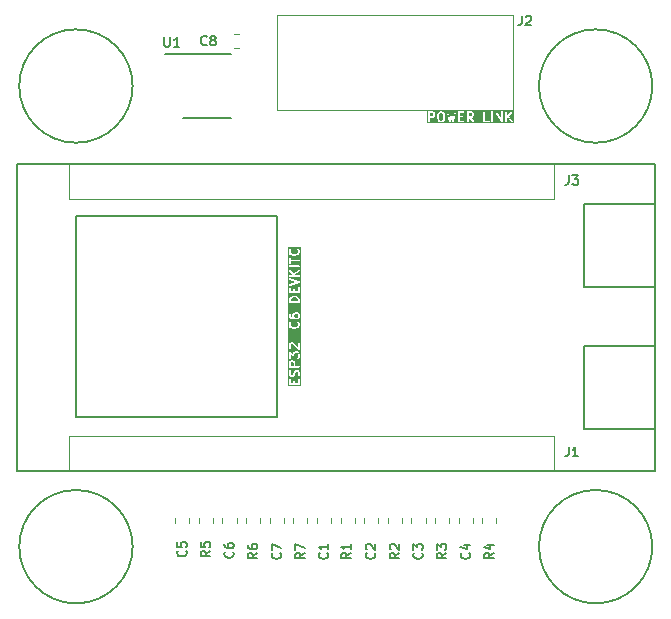
<source format=gbr>
%TF.GenerationSoftware,KiCad,Pcbnew,8.0.4*%
%TF.CreationDate,2024-08-09T00:15:22+02:00*%
%TF.ProjectId,ELE0124CL_control,454c4530-3132-4344-934c-5f636f6e7472,rev?*%
%TF.SameCoordinates,Original*%
%TF.FileFunction,Legend,Top*%
%TF.FilePolarity,Positive*%
%FSLAX46Y46*%
G04 Gerber Fmt 4.6, Leading zero omitted, Abs format (unit mm)*
G04 Created by KiCad (PCBNEW 8.0.4) date 2024-08-09 00:15:22*
%MOMM*%
%LPD*%
G01*
G04 APERTURE LIST*
%ADD10C,0.150000*%
%ADD11C,0.120000*%
G04 APERTURE END LIST*
D10*
X152000000Y-64000000D02*
X158000000Y-64000000D01*
X158000000Y-71000000D01*
X152000000Y-71000000D01*
X152000000Y-64000000D01*
X109000000Y-65000000D02*
X126000000Y-65000000D01*
X126000000Y-82000000D01*
X109000000Y-82000000D01*
X109000000Y-65000000D01*
X104000000Y-60600000D02*
X158000000Y-60600000D01*
X158000000Y-86600000D01*
X104000000Y-86600000D01*
X104000000Y-60600000D01*
X152000000Y-76000000D02*
X158000000Y-76000000D01*
X158000000Y-83000000D01*
X152000000Y-83000000D01*
X152000000Y-76000000D01*
G36*
X140025685Y-56294029D02*
G01*
X140078580Y-56346923D01*
X140109398Y-56470194D01*
X140109398Y-56718394D01*
X140078580Y-56841665D01*
X140025685Y-56894561D01*
X139976217Y-56919295D01*
X139859246Y-56919295D01*
X139809777Y-56894560D01*
X139756882Y-56841665D01*
X139726064Y-56718392D01*
X139726064Y-56470196D01*
X139756882Y-56346923D01*
X139809776Y-56294029D01*
X139859246Y-56269295D01*
X139976217Y-56269295D01*
X140025685Y-56294029D01*
G37*
G36*
X142501876Y-56294029D02*
G01*
X142522759Y-56314912D01*
X142547494Y-56364381D01*
X142547494Y-56443255D01*
X142522759Y-56492724D01*
X142501876Y-56513608D01*
X142452408Y-56538342D01*
X142240351Y-56538342D01*
X142240351Y-56269295D01*
X142452408Y-56269295D01*
X142501876Y-56294029D01*
G37*
G36*
X139225685Y-56294029D02*
G01*
X139246568Y-56314912D01*
X139271303Y-56364381D01*
X139271303Y-56443255D01*
X139246568Y-56492724D01*
X139225685Y-56513608D01*
X139176217Y-56538342D01*
X138964160Y-56538342D01*
X138964160Y-56269295D01*
X139176217Y-56269295D01*
X139225685Y-56294029D01*
G37*
G36*
X146062462Y-57158184D02*
G01*
X138725271Y-57158184D01*
X138725271Y-56194295D01*
X138814160Y-56194295D01*
X138814160Y-56994295D01*
X138815601Y-57008927D01*
X138826800Y-57035963D01*
X138847492Y-57056655D01*
X138874528Y-57067854D01*
X138903792Y-57067854D01*
X138930828Y-57056655D01*
X138951520Y-57035963D01*
X138962719Y-57008927D01*
X138964160Y-56994295D01*
X138964160Y-56688342D01*
X139193922Y-56688342D01*
X139208554Y-56686901D01*
X139211043Y-56685869D01*
X139213731Y-56685679D01*
X139227463Y-56680424D01*
X139303653Y-56642329D01*
X139309952Y-56638364D01*
X139311780Y-56637607D01*
X139313836Y-56635918D01*
X139316096Y-56634497D01*
X139317395Y-56632998D01*
X139323145Y-56628280D01*
X139361240Y-56590185D01*
X139365960Y-56584432D01*
X139367456Y-56583136D01*
X139368875Y-56580881D01*
X139370567Y-56578820D01*
X139371325Y-56576989D01*
X139375289Y-56570693D01*
X139413385Y-56494503D01*
X139418640Y-56480771D01*
X139418831Y-56478081D01*
X139419862Y-56475593D01*
X139421303Y-56460961D01*
X139576064Y-56460961D01*
X139576064Y-56727628D01*
X139576315Y-56730181D01*
X139576153Y-56731274D01*
X139576962Y-56736748D01*
X139577505Y-56742260D01*
X139577927Y-56743280D01*
X139578303Y-56745819D01*
X139616399Y-56898200D01*
X139621346Y-56912045D01*
X139624665Y-56916525D01*
X139626799Y-56921676D01*
X139636127Y-56933042D01*
X139712317Y-57009233D01*
X139718066Y-57013951D01*
X139719366Y-57015450D01*
X139721625Y-57016871D01*
X139723682Y-57018560D01*
X139725509Y-57019317D01*
X139731809Y-57023282D01*
X139808000Y-57061377D01*
X139821732Y-57066632D01*
X139824419Y-57066822D01*
X139826909Y-57067854D01*
X139841541Y-57069295D01*
X139993922Y-57069295D01*
X140008554Y-57067854D01*
X140011043Y-57066822D01*
X140013731Y-57066632D01*
X140027463Y-57061377D01*
X140103653Y-57023282D01*
X140109952Y-57019317D01*
X140111780Y-57018560D01*
X140113836Y-57016871D01*
X140116096Y-57015450D01*
X140117395Y-57013951D01*
X140123145Y-57009233D01*
X140199336Y-56933042D01*
X140208663Y-56921677D01*
X140210796Y-56916525D01*
X140214117Y-56912045D01*
X140219064Y-56898199D01*
X140257159Y-56745818D01*
X140257534Y-56743280D01*
X140257957Y-56742260D01*
X140258498Y-56736757D01*
X140259310Y-56731273D01*
X140259146Y-56730177D01*
X140259398Y-56727628D01*
X140259398Y-56460961D01*
X140259146Y-56458411D01*
X140259310Y-56457316D01*
X140258498Y-56451831D01*
X140257957Y-56446329D01*
X140257534Y-56445308D01*
X140257159Y-56442771D01*
X140219064Y-56290390D01*
X140214117Y-56276544D01*
X140210796Y-56272063D01*
X140208663Y-56266912D01*
X140199336Y-56255547D01*
X140140887Y-56197099D01*
X140376116Y-56197099D01*
X140378104Y-56211667D01*
X140568580Y-57011666D01*
X140570309Y-57016685D01*
X140570549Y-57018488D01*
X140571491Y-57020116D01*
X140573370Y-57025567D01*
X140579756Y-57034391D01*
X140585211Y-57043813D01*
X140588268Y-57046153D01*
X140590527Y-57049274D01*
X140599802Y-57054981D01*
X140608449Y-57061600D01*
X140612169Y-57062592D01*
X140615449Y-57064610D01*
X140626203Y-57066334D01*
X140636725Y-57069140D01*
X140640540Y-57068633D01*
X140644344Y-57069243D01*
X140654938Y-57066720D01*
X140665733Y-57065286D01*
X140669066Y-57063355D01*
X140672812Y-57062464D01*
X140681632Y-57056081D01*
X140691058Y-57050624D01*
X140693398Y-57047566D01*
X140696519Y-57045308D01*
X140702226Y-57036032D01*
X140708845Y-57027386D01*
X140710870Y-57021986D01*
X140711855Y-57020386D01*
X140712142Y-57018594D01*
X140714008Y-57013620D01*
X140793920Y-56713945D01*
X140873834Y-57013620D01*
X140875699Y-57018595D01*
X140875987Y-57020386D01*
X140876971Y-57021985D01*
X140878997Y-57027387D01*
X140885617Y-57036035D01*
X140891323Y-57045308D01*
X140894443Y-57047566D01*
X140896784Y-57050624D01*
X140906205Y-57056078D01*
X140915030Y-57062465D01*
X140918777Y-57063357D01*
X140922109Y-57065286D01*
X140932902Y-57066720D01*
X140943498Y-57069243D01*
X140947299Y-57068633D01*
X140951118Y-57069141D01*
X140961649Y-57066332D01*
X140972393Y-57064610D01*
X140975669Y-57062594D01*
X140979393Y-57061601D01*
X140988045Y-57054977D01*
X140997315Y-57049274D01*
X140999571Y-57046155D01*
X141002631Y-57043814D01*
X141008088Y-57034387D01*
X141014472Y-57025567D01*
X141016349Y-57020118D01*
X141017293Y-57018489D01*
X141017532Y-57016685D01*
X141019262Y-57011667D01*
X141209739Y-56211667D01*
X141211727Y-56197099D01*
X141211277Y-56194295D01*
X141366541Y-56194295D01*
X141366541Y-56994295D01*
X141367982Y-57008927D01*
X141379181Y-57035963D01*
X141399873Y-57056655D01*
X141426909Y-57067854D01*
X141441541Y-57069295D01*
X141822493Y-57069295D01*
X141837125Y-57067854D01*
X141864161Y-57056655D01*
X141884853Y-57035963D01*
X141896052Y-57008927D01*
X141896052Y-56979663D01*
X141884853Y-56952627D01*
X141864161Y-56931935D01*
X141837125Y-56920736D01*
X141822493Y-56919295D01*
X141516541Y-56919295D01*
X141516541Y-56650247D01*
X141708207Y-56650247D01*
X141722839Y-56648806D01*
X141749875Y-56637607D01*
X141770567Y-56616915D01*
X141781766Y-56589879D01*
X141781766Y-56560615D01*
X141770567Y-56533579D01*
X141749875Y-56512887D01*
X141722839Y-56501688D01*
X141708207Y-56500247D01*
X141516541Y-56500247D01*
X141516541Y-56269295D01*
X141822493Y-56269295D01*
X141837125Y-56267854D01*
X141864161Y-56256655D01*
X141884853Y-56235963D01*
X141896052Y-56208927D01*
X141896052Y-56194295D01*
X142090351Y-56194295D01*
X142090351Y-56994295D01*
X142091792Y-57008927D01*
X142102991Y-57035963D01*
X142123683Y-57056655D01*
X142150719Y-57067854D01*
X142179983Y-57067854D01*
X142207019Y-57056655D01*
X142227711Y-57035963D01*
X142238910Y-57008927D01*
X142240351Y-56994295D01*
X142240351Y-56688342D01*
X142316778Y-56688342D01*
X142561051Y-57037304D01*
X142570623Y-57048465D01*
X142595302Y-57064192D01*
X142624119Y-57069277D01*
X142652690Y-57062948D01*
X142676664Y-57046166D01*
X142692391Y-57021487D01*
X142697476Y-56992669D01*
X142691147Y-56964098D01*
X142683936Y-56951285D01*
X142496302Y-56683237D01*
X142503654Y-56680424D01*
X142579844Y-56642329D01*
X142586143Y-56638364D01*
X142587971Y-56637607D01*
X142590027Y-56635918D01*
X142592287Y-56634497D01*
X142593586Y-56632998D01*
X142599336Y-56628280D01*
X142637431Y-56590185D01*
X142642151Y-56584432D01*
X142643647Y-56583136D01*
X142645066Y-56580881D01*
X142646758Y-56578820D01*
X142647516Y-56576989D01*
X142651480Y-56570693D01*
X142689576Y-56494503D01*
X142694831Y-56480771D01*
X142695022Y-56478081D01*
X142696053Y-56475593D01*
X142697494Y-56460961D01*
X142697494Y-56346676D01*
X142696053Y-56332044D01*
X142695022Y-56329555D01*
X142694831Y-56326866D01*
X142689576Y-56313134D01*
X142651480Y-56236944D01*
X142647516Y-56230647D01*
X142646758Y-56228817D01*
X142645066Y-56226755D01*
X142643647Y-56224501D01*
X142642151Y-56223204D01*
X142637431Y-56217452D01*
X142614274Y-56194295D01*
X143499875Y-56194295D01*
X143499875Y-56994295D01*
X143501316Y-57008927D01*
X143512515Y-57035963D01*
X143533207Y-57056655D01*
X143560243Y-57067854D01*
X143574875Y-57069295D01*
X143955827Y-57069295D01*
X143970459Y-57067854D01*
X143997495Y-57056655D01*
X144018187Y-57035963D01*
X144029386Y-57008927D01*
X144029386Y-56979663D01*
X144018187Y-56952627D01*
X143997495Y-56931935D01*
X143970459Y-56920736D01*
X143955827Y-56919295D01*
X143649875Y-56919295D01*
X143649875Y-56194295D01*
X144147494Y-56194295D01*
X144147494Y-56994295D01*
X144148935Y-57008927D01*
X144160134Y-57035963D01*
X144180826Y-57056655D01*
X144207862Y-57067854D01*
X144237126Y-57067854D01*
X144264162Y-57056655D01*
X144284854Y-57035963D01*
X144296053Y-57008927D01*
X144297494Y-56994295D01*
X144297494Y-56194295D01*
X144528446Y-56194295D01*
X144528446Y-56994295D01*
X144529887Y-57008927D01*
X144541086Y-57035963D01*
X144561778Y-57056655D01*
X144588814Y-57067854D01*
X144618078Y-57067854D01*
X144645114Y-57056655D01*
X144665806Y-57035963D01*
X144677005Y-57008927D01*
X144678446Y-56994295D01*
X144678446Y-56476711D01*
X144995471Y-57031505D01*
X144997659Y-57034588D01*
X144998229Y-57035963D01*
X144999628Y-57037362D01*
X145003981Y-57043495D01*
X145011869Y-57049603D01*
X145018921Y-57056655D01*
X145023339Y-57058485D01*
X145027119Y-57061412D01*
X145036740Y-57064036D01*
X145045957Y-57067854D01*
X145050738Y-57067854D01*
X145055350Y-57069112D01*
X145065247Y-57067854D01*
X145075221Y-57067854D01*
X145079636Y-57066024D01*
X145084380Y-57065422D01*
X145093044Y-57060471D01*
X145102257Y-57056655D01*
X145105635Y-57053276D01*
X145109789Y-57050903D01*
X145115898Y-57043013D01*
X145122949Y-57035963D01*
X145124778Y-57031546D01*
X145127706Y-57027766D01*
X145130330Y-57018142D01*
X145134148Y-57008927D01*
X145134884Y-57001444D01*
X145135406Y-56999534D01*
X145135218Y-56998058D01*
X145135589Y-56994295D01*
X145135589Y-56194295D01*
X145366541Y-56194295D01*
X145366541Y-56994295D01*
X145367982Y-57008927D01*
X145379181Y-57035963D01*
X145399873Y-57056655D01*
X145426909Y-57067854D01*
X145456173Y-57067854D01*
X145483209Y-57056655D01*
X145503901Y-57035963D01*
X145515100Y-57008927D01*
X145516541Y-56994295D01*
X145516541Y-56682504D01*
X145547711Y-56651333D01*
X145838684Y-57039295D01*
X145848616Y-57050136D01*
X145873797Y-57065045D01*
X145902766Y-57069184D01*
X145931114Y-57061921D01*
X145954525Y-57044363D01*
X145969434Y-57019182D01*
X145973573Y-56990213D01*
X145966310Y-56961865D01*
X145958684Y-56949295D01*
X145654854Y-56544190D01*
X145951717Y-56247328D01*
X145961045Y-56235963D01*
X145972243Y-56208926D01*
X145972243Y-56179663D01*
X145961045Y-56152627D01*
X145940352Y-56131934D01*
X145913316Y-56120736D01*
X145884053Y-56120736D01*
X145857016Y-56131934D01*
X145845651Y-56141262D01*
X145516541Y-56470372D01*
X145516541Y-56194295D01*
X145515100Y-56179663D01*
X145503901Y-56152627D01*
X145483209Y-56131935D01*
X145456173Y-56120736D01*
X145426909Y-56120736D01*
X145399873Y-56131935D01*
X145379181Y-56152627D01*
X145367982Y-56179663D01*
X145366541Y-56194295D01*
X145135589Y-56194295D01*
X145134148Y-56179663D01*
X145122949Y-56152627D01*
X145102257Y-56131935D01*
X145075221Y-56120736D01*
X145045957Y-56120736D01*
X145018921Y-56131935D01*
X144998229Y-56152627D01*
X144987030Y-56179663D01*
X144985589Y-56194295D01*
X144985589Y-56711878D01*
X144668564Y-56157085D01*
X144666375Y-56154001D01*
X144665806Y-56152627D01*
X144664406Y-56151227D01*
X144660054Y-56145095D01*
X144652164Y-56138985D01*
X144645114Y-56131935D01*
X144640697Y-56130105D01*
X144636917Y-56127178D01*
X144627293Y-56124553D01*
X144618078Y-56120736D01*
X144613297Y-56120736D01*
X144608685Y-56119478D01*
X144598788Y-56120736D01*
X144588814Y-56120736D01*
X144584398Y-56122565D01*
X144579655Y-56123168D01*
X144570990Y-56128118D01*
X144561778Y-56131935D01*
X144558399Y-56135313D01*
X144554246Y-56137687D01*
X144548136Y-56145576D01*
X144541086Y-56152627D01*
X144539256Y-56157043D01*
X144536329Y-56160824D01*
X144533704Y-56170447D01*
X144529887Y-56179663D01*
X144529150Y-56187145D01*
X144528629Y-56189056D01*
X144528816Y-56190531D01*
X144528446Y-56194295D01*
X144297494Y-56194295D01*
X144296053Y-56179663D01*
X144284854Y-56152627D01*
X144264162Y-56131935D01*
X144237126Y-56120736D01*
X144207862Y-56120736D01*
X144180826Y-56131935D01*
X144160134Y-56152627D01*
X144148935Y-56179663D01*
X144147494Y-56194295D01*
X143649875Y-56194295D01*
X143648434Y-56179663D01*
X143637235Y-56152627D01*
X143616543Y-56131935D01*
X143589507Y-56120736D01*
X143560243Y-56120736D01*
X143533207Y-56131935D01*
X143512515Y-56152627D01*
X143501316Y-56179663D01*
X143499875Y-56194295D01*
X142614274Y-56194295D01*
X142599336Y-56179357D01*
X142593586Y-56174638D01*
X142592287Y-56173140D01*
X142590027Y-56171718D01*
X142587971Y-56170030D01*
X142586143Y-56169272D01*
X142579844Y-56165308D01*
X142503654Y-56127213D01*
X142489922Y-56121958D01*
X142487234Y-56121767D01*
X142484745Y-56120736D01*
X142470113Y-56119295D01*
X142165351Y-56119295D01*
X142150719Y-56120736D01*
X142123683Y-56131935D01*
X142102991Y-56152627D01*
X142091792Y-56179663D01*
X142090351Y-56194295D01*
X141896052Y-56194295D01*
X141896052Y-56179663D01*
X141884853Y-56152627D01*
X141864161Y-56131935D01*
X141837125Y-56120736D01*
X141822493Y-56119295D01*
X141441541Y-56119295D01*
X141426909Y-56120736D01*
X141399873Y-56131935D01*
X141379181Y-56152627D01*
X141367982Y-56179663D01*
X141366541Y-56194295D01*
X141211277Y-56194295D01*
X141207094Y-56168204D01*
X141191758Y-56143282D01*
X141168051Y-56126126D01*
X141139583Y-56119348D01*
X141110688Y-56123980D01*
X141085766Y-56139317D01*
X141068609Y-56163023D01*
X141063818Y-56176924D01*
X140942185Y-56687779D01*
X140866389Y-56403541D01*
X140865103Y-56400113D01*
X140864912Y-56398672D01*
X140863920Y-56396959D01*
X140861226Y-56389775D01*
X140855212Y-56381918D01*
X140850250Y-56373347D01*
X140846390Y-56370392D01*
X140843439Y-56366537D01*
X140834876Y-56361579D01*
X140827012Y-56355560D01*
X140822315Y-56354307D01*
X140818114Y-56351875D01*
X140808307Y-56350572D01*
X140798737Y-56348020D01*
X140793918Y-56348660D01*
X140789106Y-56348021D01*
X140779545Y-56350570D01*
X140769728Y-56351875D01*
X140765522Y-56354309D01*
X140760830Y-56355561D01*
X140752970Y-56361576D01*
X140744403Y-56366537D01*
X140741449Y-56370395D01*
X140737592Y-56373348D01*
X140732633Y-56381913D01*
X140726616Y-56389774D01*
X140723919Y-56396963D01*
X140722930Y-56398673D01*
X140722738Y-56400112D01*
X140721453Y-56403541D01*
X140645656Y-56687778D01*
X140524024Y-56176923D01*
X140519234Y-56163023D01*
X140502077Y-56139316D01*
X140477155Y-56123980D01*
X140448260Y-56119347D01*
X140419792Y-56126125D01*
X140396085Y-56143282D01*
X140380749Y-56168204D01*
X140376116Y-56197099D01*
X140140887Y-56197099D01*
X140123145Y-56179357D01*
X140117395Y-56174638D01*
X140116096Y-56173140D01*
X140113837Y-56171718D01*
X140111779Y-56170029D01*
X140109949Y-56169271D01*
X140103653Y-56165308D01*
X140027463Y-56127213D01*
X140013731Y-56121958D01*
X140011043Y-56121767D01*
X140008554Y-56120736D01*
X139993922Y-56119295D01*
X139841541Y-56119295D01*
X139826909Y-56120736D01*
X139824419Y-56121767D01*
X139821732Y-56121958D01*
X139808000Y-56127213D01*
X139731809Y-56165308D01*
X139725514Y-56169270D01*
X139723682Y-56170029D01*
X139721620Y-56171720D01*
X139719366Y-56173140D01*
X139718067Y-56174636D01*
X139712317Y-56179357D01*
X139636127Y-56255547D01*
X139626800Y-56266912D01*
X139624666Y-56272062D01*
X139621346Y-56276544D01*
X139616399Y-56290389D01*
X139578303Y-56442770D01*
X139577927Y-56445308D01*
X139577505Y-56446329D01*
X139576962Y-56451840D01*
X139576153Y-56457315D01*
X139576315Y-56458407D01*
X139576064Y-56460961D01*
X139421303Y-56460961D01*
X139421303Y-56346676D01*
X139419862Y-56332044D01*
X139418831Y-56329555D01*
X139418640Y-56326866D01*
X139413385Y-56313134D01*
X139375289Y-56236944D01*
X139371325Y-56230647D01*
X139370567Y-56228817D01*
X139368875Y-56226755D01*
X139367456Y-56224501D01*
X139365960Y-56223204D01*
X139361240Y-56217452D01*
X139323145Y-56179357D01*
X139317395Y-56174638D01*
X139316096Y-56173140D01*
X139313836Y-56171718D01*
X139311780Y-56170030D01*
X139309952Y-56169272D01*
X139303653Y-56165308D01*
X139227463Y-56127213D01*
X139213731Y-56121958D01*
X139211043Y-56121767D01*
X139208554Y-56120736D01*
X139193922Y-56119295D01*
X138889160Y-56119295D01*
X138874528Y-56120736D01*
X138847492Y-56131935D01*
X138826800Y-56152627D01*
X138815601Y-56179663D01*
X138814160Y-56194295D01*
X138725271Y-56194295D01*
X138725271Y-56030406D01*
X146062462Y-56030406D01*
X146062462Y-57158184D01*
G37*
G36*
X127392725Y-77398431D02*
G01*
X127413608Y-77419314D01*
X127438342Y-77468782D01*
X127438342Y-77680839D01*
X127169295Y-77680839D01*
X127169295Y-77468782D01*
X127194029Y-77419314D01*
X127214912Y-77398430D01*
X127264381Y-77373696D01*
X127343256Y-77373696D01*
X127392725Y-77398431D01*
G37*
G36*
X127773677Y-73322240D02*
G01*
X127794561Y-73343123D01*
X127819295Y-73392591D01*
X127819295Y-73509563D01*
X127794561Y-73559030D01*
X127773676Y-73579914D01*
X127724208Y-73604649D01*
X127569143Y-73604649D01*
X127519674Y-73579914D01*
X127498791Y-73559031D01*
X127474057Y-73509563D01*
X127474057Y-73392591D01*
X127498791Y-73343122D01*
X127519673Y-73322240D01*
X127569143Y-73297506D01*
X127724209Y-73297506D01*
X127773677Y-73322240D01*
G37*
G36*
X127677642Y-71921841D02*
G01*
X127735582Y-71950811D01*
X127790648Y-72005876D01*
X127819295Y-72091817D01*
X127819295Y-72195124D01*
X127169295Y-72195124D01*
X127169295Y-72091817D01*
X127197942Y-72005875D01*
X127253006Y-71950811D01*
X127310945Y-71921841D01*
X127446387Y-71887981D01*
X127542203Y-71887981D01*
X127677642Y-71921841D01*
G37*
G36*
X128058184Y-79405443D02*
G01*
X126930406Y-79405443D01*
X126930406Y-78860602D01*
X127019295Y-78860602D01*
X127019295Y-79241554D01*
X127020736Y-79256186D01*
X127031935Y-79283222D01*
X127052627Y-79303914D01*
X127079663Y-79315113D01*
X127094295Y-79316554D01*
X127894295Y-79316554D01*
X127908927Y-79315113D01*
X127935963Y-79303914D01*
X127956655Y-79283222D01*
X127967854Y-79256186D01*
X127969295Y-79241554D01*
X127969295Y-78860602D01*
X127967854Y-78845970D01*
X127956655Y-78818934D01*
X127935963Y-78798242D01*
X127908927Y-78787043D01*
X127879663Y-78787043D01*
X127852627Y-78798242D01*
X127831935Y-78818934D01*
X127820736Y-78845970D01*
X127819295Y-78860602D01*
X127819295Y-79166554D01*
X127550247Y-79166554D01*
X127550247Y-78974888D01*
X127548806Y-78960256D01*
X127537607Y-78933220D01*
X127516915Y-78912528D01*
X127489879Y-78901329D01*
X127460615Y-78901329D01*
X127433579Y-78912528D01*
X127412887Y-78933220D01*
X127401688Y-78960256D01*
X127400247Y-78974888D01*
X127400247Y-79166554D01*
X127169295Y-79166554D01*
X127169295Y-78860602D01*
X127167854Y-78845970D01*
X127156655Y-78818934D01*
X127135963Y-78798242D01*
X127108927Y-78787043D01*
X127079663Y-78787043D01*
X127052627Y-78798242D01*
X127031935Y-78818934D01*
X127020736Y-78845970D01*
X127019295Y-78860602D01*
X126930406Y-78860602D01*
X126930406Y-78212982D01*
X127019295Y-78212982D01*
X127019295Y-78403459D01*
X127020736Y-78418091D01*
X127021767Y-78420580D01*
X127021958Y-78423268D01*
X127027213Y-78437000D01*
X127065308Y-78513190D01*
X127069272Y-78519489D01*
X127070030Y-78521317D01*
X127071718Y-78523373D01*
X127073140Y-78525633D01*
X127074638Y-78526932D01*
X127079357Y-78532682D01*
X127117452Y-78570777D01*
X127123204Y-78575497D01*
X127124501Y-78576993D01*
X127126755Y-78578412D01*
X127128817Y-78580104D01*
X127130647Y-78580862D01*
X127136944Y-78584826D01*
X127213134Y-78622922D01*
X127226866Y-78628177D01*
X127229555Y-78628368D01*
X127232044Y-78629399D01*
X127246676Y-78630840D01*
X127322866Y-78630840D01*
X127337498Y-78629399D01*
X127339986Y-78628368D01*
X127342676Y-78628177D01*
X127356407Y-78622922D01*
X127432598Y-78584826D01*
X127438894Y-78580862D01*
X127440725Y-78580104D01*
X127442786Y-78578412D01*
X127445041Y-78576993D01*
X127446337Y-78575497D01*
X127452090Y-78570777D01*
X127490185Y-78532682D01*
X127494903Y-78526932D01*
X127496402Y-78525633D01*
X127497823Y-78523373D01*
X127499512Y-78521317D01*
X127500269Y-78519489D01*
X127504234Y-78513190D01*
X127542329Y-78437000D01*
X127542738Y-78435930D01*
X127543061Y-78435495D01*
X127545256Y-78429349D01*
X127547584Y-78423268D01*
X127547622Y-78422728D01*
X127548008Y-78421649D01*
X127584106Y-78277254D01*
X127613077Y-78219313D01*
X127633960Y-78198431D01*
X127683428Y-78173697D01*
X127724209Y-78173697D01*
X127773677Y-78198431D01*
X127794561Y-78219314D01*
X127819295Y-78268782D01*
X127819295Y-78429384D01*
X127785049Y-78532123D01*
X127781789Y-78546460D01*
X127783864Y-78575650D01*
X127796950Y-78601823D01*
X127819058Y-78620997D01*
X127846820Y-78630251D01*
X127876010Y-78628176D01*
X127902183Y-78615090D01*
X127921357Y-78592982D01*
X127927351Y-78579557D01*
X127965446Y-78465271D01*
X127967095Y-78458017D01*
X127967854Y-78456186D01*
X127968115Y-78453531D01*
X127968706Y-78450934D01*
X127968565Y-78448959D01*
X127969295Y-78441554D01*
X127969295Y-78251078D01*
X127967854Y-78236446D01*
X127966822Y-78233956D01*
X127966632Y-78231269D01*
X127961377Y-78217537D01*
X127923282Y-78141346D01*
X127919318Y-78135048D01*
X127918560Y-78133218D01*
X127916869Y-78131158D01*
X127915450Y-78128903D01*
X127913952Y-78127604D01*
X127909232Y-78121853D01*
X127871136Y-78083758D01*
X127865387Y-78079040D01*
X127864088Y-78077542D01*
X127861829Y-78076120D01*
X127859771Y-78074431D01*
X127857941Y-78073673D01*
X127851645Y-78069710D01*
X127775455Y-78031615D01*
X127761723Y-78026360D01*
X127759035Y-78026169D01*
X127756546Y-78025138D01*
X127741914Y-78023697D01*
X127665723Y-78023697D01*
X127651091Y-78025138D01*
X127648601Y-78026169D01*
X127645914Y-78026360D01*
X127632182Y-78031615D01*
X127555992Y-78069710D01*
X127549692Y-78073674D01*
X127547865Y-78074432D01*
X127545808Y-78076120D01*
X127543549Y-78077542D01*
X127542249Y-78079040D01*
X127536500Y-78083759D01*
X127498405Y-78121854D01*
X127493684Y-78127606D01*
X127492189Y-78128903D01*
X127490769Y-78131157D01*
X127489078Y-78133219D01*
X127488319Y-78135049D01*
X127484356Y-78141346D01*
X127446260Y-78217537D01*
X127445850Y-78218606D01*
X127445528Y-78219042D01*
X127443335Y-78225178D01*
X127441005Y-78231268D01*
X127440966Y-78231808D01*
X127440581Y-78232888D01*
X127404482Y-78377283D01*
X127375513Y-78435222D01*
X127354630Y-78456104D01*
X127305161Y-78480840D01*
X127264381Y-78480840D01*
X127214912Y-78456105D01*
X127194029Y-78435222D01*
X127169295Y-78385754D01*
X127169295Y-78225152D01*
X127203541Y-78122414D01*
X127206801Y-78108077D01*
X127204726Y-78078887D01*
X127191640Y-78052714D01*
X127169533Y-78033540D01*
X127141770Y-78024286D01*
X127112580Y-78026361D01*
X127086407Y-78039447D01*
X127067233Y-78061554D01*
X127061239Y-78074980D01*
X127023144Y-78189265D01*
X127021494Y-78196518D01*
X127020736Y-78198350D01*
X127020474Y-78201004D01*
X127019884Y-78203602D01*
X127020024Y-78205576D01*
X127019295Y-78212982D01*
X126930406Y-78212982D01*
X126930406Y-77451077D01*
X127019295Y-77451077D01*
X127019295Y-77755839D01*
X127020736Y-77770471D01*
X127031935Y-77797507D01*
X127052627Y-77818199D01*
X127079663Y-77829398D01*
X127094295Y-77830839D01*
X127894295Y-77830839D01*
X127908927Y-77829398D01*
X127935963Y-77818199D01*
X127956655Y-77797507D01*
X127967854Y-77770471D01*
X127967854Y-77741207D01*
X127956655Y-77714171D01*
X127935963Y-77693479D01*
X127908927Y-77682280D01*
X127894295Y-77680839D01*
X127588342Y-77680839D01*
X127588342Y-77451077D01*
X127586901Y-77436445D01*
X127585869Y-77433955D01*
X127585679Y-77431268D01*
X127580424Y-77417536D01*
X127542329Y-77341346D01*
X127538364Y-77335046D01*
X127537607Y-77333219D01*
X127535918Y-77331162D01*
X127534497Y-77328903D01*
X127532998Y-77327603D01*
X127528280Y-77321854D01*
X127490185Y-77283759D01*
X127484432Y-77279038D01*
X127483136Y-77277543D01*
X127480881Y-77276123D01*
X127478820Y-77274432D01*
X127476989Y-77273673D01*
X127470693Y-77269710D01*
X127394502Y-77231614D01*
X127380771Y-77226359D01*
X127378081Y-77226167D01*
X127375593Y-77225137D01*
X127360961Y-77223696D01*
X127246676Y-77223696D01*
X127232044Y-77225137D01*
X127229555Y-77226167D01*
X127226866Y-77226359D01*
X127213134Y-77231614D01*
X127136944Y-77269710D01*
X127130647Y-77273673D01*
X127128817Y-77274432D01*
X127126755Y-77276123D01*
X127124501Y-77277543D01*
X127123204Y-77279038D01*
X127117452Y-77283759D01*
X127079357Y-77321854D01*
X127074638Y-77327603D01*
X127073140Y-77328903D01*
X127071718Y-77331162D01*
X127070030Y-77333219D01*
X127069272Y-77335046D01*
X127065308Y-77341346D01*
X127027213Y-77417536D01*
X127021958Y-77431268D01*
X127021767Y-77433955D01*
X127020736Y-77436445D01*
X127019295Y-77451077D01*
X126930406Y-77451077D01*
X126930406Y-76536792D01*
X127019295Y-76536792D01*
X127019295Y-77032030D01*
X127020736Y-77046662D01*
X127031935Y-77073698D01*
X127052627Y-77094390D01*
X127079663Y-77105589D01*
X127108927Y-77105589D01*
X127135963Y-77094390D01*
X127156655Y-77073698D01*
X127167854Y-77046662D01*
X127169295Y-77032030D01*
X127169295Y-76702074D01*
X127349670Y-76859902D01*
X127355993Y-76864422D01*
X127357389Y-76865818D01*
X127358712Y-76866366D01*
X127361630Y-76868452D01*
X127373173Y-76872356D01*
X127384425Y-76877017D01*
X127386953Y-76877017D01*
X127389351Y-76877828D01*
X127401514Y-76877017D01*
X127413689Y-76877017D01*
X127416025Y-76876049D01*
X127418550Y-76875881D01*
X127429477Y-76870476D01*
X127440725Y-76865818D01*
X127442511Y-76864031D01*
X127444781Y-76862909D01*
X127452806Y-76853736D01*
X127461417Y-76845126D01*
X127462385Y-76842789D01*
X127464051Y-76840885D01*
X127467955Y-76829341D01*
X127472616Y-76818090D01*
X127472967Y-76814523D01*
X127473427Y-76813164D01*
X127473295Y-76811190D01*
X127474057Y-76803458D01*
X127474057Y-76706877D01*
X127498791Y-76657408D01*
X127519673Y-76636526D01*
X127569143Y-76611792D01*
X127724209Y-76611792D01*
X127773677Y-76636526D01*
X127794561Y-76657409D01*
X127819295Y-76706877D01*
X127819295Y-76900039D01*
X127794561Y-76949507D01*
X127765072Y-76978996D01*
X127755744Y-76990362D01*
X127744545Y-77017398D01*
X127744545Y-77046660D01*
X127755743Y-77073697D01*
X127776436Y-77094390D01*
X127803472Y-77105589D01*
X127832734Y-77105589D01*
X127859771Y-77094391D01*
X127871136Y-77085064D01*
X127909232Y-77046969D01*
X127913952Y-77041217D01*
X127915450Y-77039919D01*
X127916869Y-77037663D01*
X127918560Y-77035604D01*
X127919318Y-77033773D01*
X127923282Y-77027476D01*
X127961377Y-76951285D01*
X127966632Y-76937553D01*
X127966822Y-76934865D01*
X127967854Y-76932376D01*
X127969295Y-76917744D01*
X127969295Y-76689173D01*
X127967854Y-76674541D01*
X127966822Y-76672051D01*
X127966632Y-76669364D01*
X127961377Y-76655632D01*
X127923282Y-76579441D01*
X127919318Y-76573143D01*
X127918560Y-76571313D01*
X127916869Y-76569253D01*
X127915450Y-76566998D01*
X127913952Y-76565699D01*
X127909232Y-76559948D01*
X127871136Y-76521853D01*
X127865387Y-76517135D01*
X127864088Y-76515637D01*
X127861829Y-76514215D01*
X127859771Y-76512526D01*
X127857941Y-76511768D01*
X127851645Y-76507805D01*
X127775455Y-76469710D01*
X127761723Y-76464455D01*
X127759035Y-76464264D01*
X127756546Y-76463233D01*
X127741914Y-76461792D01*
X127551438Y-76461792D01*
X127536806Y-76463233D01*
X127534316Y-76464264D01*
X127531629Y-76464455D01*
X127517897Y-76469710D01*
X127441706Y-76507805D01*
X127435406Y-76511769D01*
X127433579Y-76512527D01*
X127431522Y-76514215D01*
X127429263Y-76515637D01*
X127427963Y-76517135D01*
X127422214Y-76521854D01*
X127384119Y-76559949D01*
X127379400Y-76565698D01*
X127377902Y-76566998D01*
X127376480Y-76569257D01*
X127374792Y-76571314D01*
X127374034Y-76573141D01*
X127370070Y-76579441D01*
X127335636Y-76648308D01*
X127143683Y-76480349D01*
X127137358Y-76475827D01*
X127135963Y-76474432D01*
X127134639Y-76473883D01*
X127131722Y-76471798D01*
X127120184Y-76467896D01*
X127108927Y-76463233D01*
X127106396Y-76463233D01*
X127104001Y-76462423D01*
X127091848Y-76463233D01*
X127079663Y-76463233D01*
X127077326Y-76464200D01*
X127074803Y-76464369D01*
X127063877Y-76469771D01*
X127052627Y-76474432D01*
X127050840Y-76476218D01*
X127048571Y-76477341D01*
X127040545Y-76486513D01*
X127031935Y-76495124D01*
X127030966Y-76497460D01*
X127029301Y-76499365D01*
X127025399Y-76510902D01*
X127020736Y-76522160D01*
X127020384Y-76525730D01*
X127019926Y-76527086D01*
X127020057Y-76529053D01*
X127019295Y-76536792D01*
X126930406Y-76536792D01*
X126930406Y-75927268D01*
X127019295Y-75927268D01*
X127019295Y-76117744D01*
X127020736Y-76132376D01*
X127021767Y-76134865D01*
X127021958Y-76137553D01*
X127027213Y-76151285D01*
X127065308Y-76227475D01*
X127069271Y-76233771D01*
X127070029Y-76235601D01*
X127071718Y-76237659D01*
X127073140Y-76239918D01*
X127074638Y-76241217D01*
X127079356Y-76246966D01*
X127117451Y-76285062D01*
X127128816Y-76294390D01*
X127155852Y-76305589D01*
X127185115Y-76305589D01*
X127212152Y-76294391D01*
X127232845Y-76273698D01*
X127244044Y-76246662D01*
X127244044Y-76217399D01*
X127232846Y-76190363D01*
X127223519Y-76178998D01*
X127194029Y-76149507D01*
X127169295Y-76100039D01*
X127169295Y-75944972D01*
X127194029Y-75895503D01*
X127214911Y-75874621D01*
X127264381Y-75849887D01*
X127310696Y-75849887D01*
X127396638Y-75878534D01*
X127841262Y-76323158D01*
X127852627Y-76332486D01*
X127871744Y-76340404D01*
X127879663Y-76343684D01*
X127879664Y-76343684D01*
X127908927Y-76343684D01*
X127935963Y-76332486D01*
X127956656Y-76311793D01*
X127967854Y-76284757D01*
X127969295Y-76270125D01*
X127969295Y-75774887D01*
X127967854Y-75760255D01*
X127956655Y-75733219D01*
X127935963Y-75712527D01*
X127908927Y-75701328D01*
X127879663Y-75701328D01*
X127852627Y-75712527D01*
X127831935Y-75733219D01*
X127820736Y-75760255D01*
X127819295Y-75774887D01*
X127819295Y-76089059D01*
X127490185Y-75759949D01*
X127478820Y-75750622D01*
X127476329Y-75749590D01*
X127474294Y-75747825D01*
X127460869Y-75741831D01*
X127346583Y-75703736D01*
X127339329Y-75702086D01*
X127337498Y-75701328D01*
X127334843Y-75701066D01*
X127332246Y-75700476D01*
X127330271Y-75700616D01*
X127322866Y-75699887D01*
X127246676Y-75699887D01*
X127232044Y-75701328D01*
X127229554Y-75702359D01*
X127226867Y-75702550D01*
X127213135Y-75707805D01*
X127136944Y-75745900D01*
X127130644Y-75749864D01*
X127128817Y-75750622D01*
X127126760Y-75752310D01*
X127124501Y-75753732D01*
X127123201Y-75755230D01*
X127117452Y-75759949D01*
X127079357Y-75798044D01*
X127074638Y-75803793D01*
X127073140Y-75805093D01*
X127071718Y-75807352D01*
X127070030Y-75809409D01*
X127069272Y-75811236D01*
X127065308Y-75817536D01*
X127027213Y-75893727D01*
X127021958Y-75907459D01*
X127021767Y-75910146D01*
X127020736Y-75912636D01*
X127019295Y-75927268D01*
X126930406Y-75927268D01*
X126930406Y-74822506D01*
X127514533Y-74822506D01*
X127514533Y-75432029D01*
X127515974Y-75446661D01*
X127527173Y-75473697D01*
X127547865Y-75494389D01*
X127574901Y-75505588D01*
X127604165Y-75505588D01*
X127631201Y-75494389D01*
X127651893Y-75473697D01*
X127663092Y-75446661D01*
X127664533Y-75432029D01*
X127664533Y-74822506D01*
X127663092Y-74807874D01*
X127651893Y-74780838D01*
X127631201Y-74760146D01*
X127604165Y-74748947D01*
X127574901Y-74748947D01*
X127547865Y-74760146D01*
X127527173Y-74780838D01*
X127515974Y-74807874D01*
X127514533Y-74822506D01*
X126930406Y-74822506D01*
X126930406Y-74136791D01*
X127019295Y-74136791D01*
X127019295Y-74212982D01*
X127020024Y-74220387D01*
X127019884Y-74222362D01*
X127020474Y-74224959D01*
X127020736Y-74227614D01*
X127021494Y-74229445D01*
X127023144Y-74236699D01*
X127061239Y-74350985D01*
X127067233Y-74364410D01*
X127068998Y-74366445D01*
X127070030Y-74368936D01*
X127079357Y-74380301D01*
X127155547Y-74456491D01*
X127161297Y-74461211D01*
X127162596Y-74462708D01*
X127164850Y-74464127D01*
X127166912Y-74465819D01*
X127168744Y-74466577D01*
X127175039Y-74470540D01*
X127251230Y-74508635D01*
X127252299Y-74509044D01*
X127252735Y-74509367D01*
X127258886Y-74511565D01*
X127264962Y-74513890D01*
X127265500Y-74513928D01*
X127266580Y-74514314D01*
X127418962Y-74552410D01*
X127421498Y-74552785D01*
X127422520Y-74553208D01*
X127428032Y-74553750D01*
X127433506Y-74554560D01*
X127434598Y-74554397D01*
X127437152Y-74554649D01*
X127551438Y-74554649D01*
X127553991Y-74554397D01*
X127555084Y-74554560D01*
X127560558Y-74553750D01*
X127566070Y-74553208D01*
X127567090Y-74552785D01*
X127569629Y-74552410D01*
X127722010Y-74514314D01*
X127723089Y-74513928D01*
X127723628Y-74513890D01*
X127729703Y-74511565D01*
X127735855Y-74509367D01*
X127736290Y-74509044D01*
X127737360Y-74508635D01*
X127813550Y-74470540D01*
X127819846Y-74466576D01*
X127821676Y-74465819D01*
X127823734Y-74464129D01*
X127825993Y-74462708D01*
X127827292Y-74461209D01*
X127833042Y-74456491D01*
X127909233Y-74380301D01*
X127918560Y-74368936D01*
X127919591Y-74366445D01*
X127921357Y-74364410D01*
X127927351Y-74350985D01*
X127965446Y-74236699D01*
X127967095Y-74229445D01*
X127967854Y-74227614D01*
X127968115Y-74224959D01*
X127968706Y-74222362D01*
X127968565Y-74220387D01*
X127969295Y-74212982D01*
X127969295Y-74136791D01*
X127968565Y-74129385D01*
X127968706Y-74127411D01*
X127968115Y-74124813D01*
X127967854Y-74122159D01*
X127967095Y-74120327D01*
X127965446Y-74113074D01*
X127927351Y-73998789D01*
X127921357Y-73985363D01*
X127919592Y-73983328D01*
X127918561Y-73980838D01*
X127909233Y-73969473D01*
X127871137Y-73931377D01*
X127859772Y-73922050D01*
X127832735Y-73910851D01*
X127803473Y-73910851D01*
X127776436Y-73922050D01*
X127755744Y-73942742D01*
X127744545Y-73969779D01*
X127744545Y-73999041D01*
X127755744Y-74026078D01*
X127765071Y-74037443D01*
X127790648Y-74063020D01*
X127819295Y-74148961D01*
X127819295Y-74200812D01*
X127790648Y-74286753D01*
X127735582Y-74341818D01*
X127677642Y-74370788D01*
X127542203Y-74404649D01*
X127446387Y-74404649D01*
X127310945Y-74370788D01*
X127253006Y-74341818D01*
X127197942Y-74286754D01*
X127169295Y-74200812D01*
X127169295Y-74148961D01*
X127197942Y-74063019D01*
X127223519Y-74037442D01*
X127232846Y-74026077D01*
X127244044Y-73999041D01*
X127244044Y-73969778D01*
X127232845Y-73942742D01*
X127212152Y-73922049D01*
X127185115Y-73910851D01*
X127155852Y-73910851D01*
X127128816Y-73922050D01*
X127117451Y-73931378D01*
X127079356Y-73969474D01*
X127070029Y-73980839D01*
X127068998Y-73983327D01*
X127067233Y-73985363D01*
X127061239Y-73998789D01*
X127023144Y-74113074D01*
X127021494Y-74120327D01*
X127020736Y-74122159D01*
X127020474Y-74124813D01*
X127019884Y-74127411D01*
X127020024Y-74129385D01*
X127019295Y-74136791D01*
X126930406Y-74136791D01*
X126930406Y-73298696D01*
X127019295Y-73298696D01*
X127019295Y-73451077D01*
X127020736Y-73465709D01*
X127021767Y-73468198D01*
X127021958Y-73470886D01*
X127027213Y-73484618D01*
X127065308Y-73560809D01*
X127069272Y-73567108D01*
X127070030Y-73568936D01*
X127071718Y-73570992D01*
X127073140Y-73573252D01*
X127074638Y-73574551D01*
X127079357Y-73580301D01*
X127117452Y-73618396D01*
X127117490Y-73618427D01*
X127117507Y-73618452D01*
X127123383Y-73623264D01*
X127128817Y-73627723D01*
X127128841Y-73627733D01*
X127128883Y-73627767D01*
X127243168Y-73703957D01*
X127251246Y-73708263D01*
X127252735Y-73709367D01*
X127254494Y-73709995D01*
X127256142Y-73710874D01*
X127257957Y-73711233D01*
X127266580Y-73714314D01*
X127418962Y-73752410D01*
X127421498Y-73752785D01*
X127422520Y-73753208D01*
X127428032Y-73753750D01*
X127433506Y-73754560D01*
X127434598Y-73754397D01*
X127437152Y-73754649D01*
X127741914Y-73754649D01*
X127756546Y-73753208D01*
X127759034Y-73752177D01*
X127761724Y-73751986D01*
X127775456Y-73746731D01*
X127851645Y-73708635D01*
X127857939Y-73704672D01*
X127859771Y-73703914D01*
X127861834Y-73702220D01*
X127864088Y-73700802D01*
X127865384Y-73699307D01*
X127871136Y-73694587D01*
X127909232Y-73656492D01*
X127913952Y-73650740D01*
X127915450Y-73649442D01*
X127916869Y-73647186D01*
X127918560Y-73645127D01*
X127919318Y-73643296D01*
X127923282Y-73636999D01*
X127961377Y-73560809D01*
X127966632Y-73547077D01*
X127966822Y-73544389D01*
X127967854Y-73541900D01*
X127969295Y-73527268D01*
X127969295Y-73374887D01*
X127967854Y-73360255D01*
X127966822Y-73357765D01*
X127966632Y-73355078D01*
X127961377Y-73341346D01*
X127923282Y-73265155D01*
X127919318Y-73258857D01*
X127918560Y-73257027D01*
X127916869Y-73254967D01*
X127915450Y-73252712D01*
X127913952Y-73251413D01*
X127909232Y-73245662D01*
X127871136Y-73207567D01*
X127865387Y-73202849D01*
X127864088Y-73201351D01*
X127861829Y-73199929D01*
X127859771Y-73198240D01*
X127857941Y-73197482D01*
X127851645Y-73193519D01*
X127775455Y-73155424D01*
X127761723Y-73150169D01*
X127759035Y-73149978D01*
X127756546Y-73148947D01*
X127741914Y-73147506D01*
X127551438Y-73147506D01*
X127536806Y-73148947D01*
X127534316Y-73149978D01*
X127531629Y-73150169D01*
X127517897Y-73155424D01*
X127441706Y-73193519D01*
X127435406Y-73197483D01*
X127433579Y-73198241D01*
X127431522Y-73199929D01*
X127429263Y-73201351D01*
X127427963Y-73202849D01*
X127422214Y-73207568D01*
X127384119Y-73245663D01*
X127379400Y-73251412D01*
X127377902Y-73252712D01*
X127376480Y-73254971D01*
X127374792Y-73257028D01*
X127374034Y-73258855D01*
X127370070Y-73265155D01*
X127331975Y-73341346D01*
X127326720Y-73355078D01*
X127326529Y-73357765D01*
X127325498Y-73360255D01*
X127324057Y-73374887D01*
X127324057Y-73527268D01*
X127325498Y-73541900D01*
X127326529Y-73544389D01*
X127326720Y-73547077D01*
X127331975Y-73560809D01*
X127340681Y-73578222D01*
X127315562Y-73571942D01*
X127218266Y-73507078D01*
X127194029Y-73482841D01*
X127169295Y-73433372D01*
X127169295Y-73298696D01*
X127167854Y-73284064D01*
X127156655Y-73257028D01*
X127135963Y-73236336D01*
X127108927Y-73225137D01*
X127079663Y-73225137D01*
X127052627Y-73236336D01*
X127031935Y-73257028D01*
X127020736Y-73284064D01*
X127019295Y-73298696D01*
X126930406Y-73298696D01*
X126930406Y-72079648D01*
X127019295Y-72079648D01*
X127019295Y-72270124D01*
X127020736Y-72284756D01*
X127031935Y-72311792D01*
X127052627Y-72332484D01*
X127079663Y-72343683D01*
X127094295Y-72345124D01*
X127894295Y-72345124D01*
X127908927Y-72343683D01*
X127935963Y-72332484D01*
X127956655Y-72311792D01*
X127967854Y-72284756D01*
X127969295Y-72270124D01*
X127969295Y-72079648D01*
X127968565Y-72072242D01*
X127968706Y-72070268D01*
X127968115Y-72067670D01*
X127967854Y-72065016D01*
X127967095Y-72063184D01*
X127965446Y-72055931D01*
X127927351Y-71941645D01*
X127921357Y-71928220D01*
X127919591Y-71926184D01*
X127918560Y-71923694D01*
X127909233Y-71912329D01*
X127833042Y-71836139D01*
X127827292Y-71831420D01*
X127825993Y-71829922D01*
X127823734Y-71828500D01*
X127821676Y-71826811D01*
X127819846Y-71826053D01*
X127813550Y-71822090D01*
X127737360Y-71783995D01*
X127736290Y-71783585D01*
X127735855Y-71783263D01*
X127729703Y-71781064D01*
X127723628Y-71778740D01*
X127723089Y-71778701D01*
X127722010Y-71778316D01*
X127569629Y-71740220D01*
X127567090Y-71739844D01*
X127566070Y-71739422D01*
X127560558Y-71738879D01*
X127555084Y-71738070D01*
X127553991Y-71738232D01*
X127551438Y-71737981D01*
X127437152Y-71737981D01*
X127434598Y-71738232D01*
X127433506Y-71738070D01*
X127428032Y-71738879D01*
X127422520Y-71739422D01*
X127421498Y-71739844D01*
X127418962Y-71740220D01*
X127266580Y-71778316D01*
X127265500Y-71778701D01*
X127264962Y-71778740D01*
X127258886Y-71781064D01*
X127252735Y-71783263D01*
X127252299Y-71783585D01*
X127251230Y-71783995D01*
X127175039Y-71822090D01*
X127168744Y-71826052D01*
X127166912Y-71826811D01*
X127164850Y-71828502D01*
X127162596Y-71829922D01*
X127161297Y-71831418D01*
X127155547Y-71836139D01*
X127079357Y-71912329D01*
X127070030Y-71923694D01*
X127068998Y-71926184D01*
X127067233Y-71928220D01*
X127061239Y-71941645D01*
X127023144Y-72055931D01*
X127021494Y-72063184D01*
X127020736Y-72065016D01*
X127020474Y-72067670D01*
X127019884Y-72070268D01*
X127020024Y-72072242D01*
X127019295Y-72079648D01*
X126930406Y-72079648D01*
X126930406Y-71089172D01*
X127019295Y-71089172D01*
X127019295Y-71470124D01*
X127020736Y-71484756D01*
X127031935Y-71511792D01*
X127052627Y-71532484D01*
X127079663Y-71543683D01*
X127094295Y-71545124D01*
X127894295Y-71545124D01*
X127908927Y-71543683D01*
X127935963Y-71532484D01*
X127956655Y-71511792D01*
X127967854Y-71484756D01*
X127969295Y-71470124D01*
X127969295Y-71089172D01*
X127967854Y-71074540D01*
X127956655Y-71047504D01*
X127935963Y-71026812D01*
X127908927Y-71015613D01*
X127879663Y-71015613D01*
X127852627Y-71026812D01*
X127831935Y-71047504D01*
X127820736Y-71074540D01*
X127819295Y-71089172D01*
X127819295Y-71395124D01*
X127550247Y-71395124D01*
X127550247Y-71203458D01*
X127548806Y-71188826D01*
X127537607Y-71161790D01*
X127516915Y-71141098D01*
X127489879Y-71129899D01*
X127460615Y-71129899D01*
X127433579Y-71141098D01*
X127412887Y-71161790D01*
X127401688Y-71188826D01*
X127400247Y-71203458D01*
X127400247Y-71395124D01*
X127169295Y-71395124D01*
X127169295Y-71089172D01*
X127167854Y-71074540D01*
X127156655Y-71047504D01*
X127135963Y-71026812D01*
X127108927Y-71015613D01*
X127079663Y-71015613D01*
X127052627Y-71026812D01*
X127031935Y-71047504D01*
X127020736Y-71074540D01*
X127019295Y-71089172D01*
X126930406Y-71089172D01*
X126930406Y-70317887D01*
X127019884Y-70317887D01*
X127021959Y-70347077D01*
X127035045Y-70373250D01*
X127057153Y-70392424D01*
X127070578Y-70398418D01*
X127657124Y-70593933D01*
X127070578Y-70789449D01*
X127057152Y-70795443D01*
X127035045Y-70814617D01*
X127021959Y-70840790D01*
X127019884Y-70869980D01*
X127029138Y-70897743D01*
X127048312Y-70919850D01*
X127074485Y-70932936D01*
X127103675Y-70935011D01*
X127118012Y-70931751D01*
X127918012Y-70665084D01*
X127931437Y-70659090D01*
X127935482Y-70655581D01*
X127940279Y-70653183D01*
X127946443Y-70646074D01*
X127953545Y-70639916D01*
X127955940Y-70635124D01*
X127959452Y-70631076D01*
X127962426Y-70622152D01*
X127966631Y-70613743D01*
X127967010Y-70608398D01*
X127968706Y-70603313D01*
X127968039Y-70593930D01*
X127968706Y-70584553D01*
X127967011Y-70579470D01*
X127966632Y-70574123D01*
X127962425Y-70565709D01*
X127959452Y-70556790D01*
X127955941Y-70552742D01*
X127953545Y-70547950D01*
X127946440Y-70541787D01*
X127940278Y-70534683D01*
X127935486Y-70532287D01*
X127931438Y-70528776D01*
X127918012Y-70522782D01*
X127118012Y-70256116D01*
X127103675Y-70252856D01*
X127074485Y-70254931D01*
X127048312Y-70268017D01*
X127029138Y-70290125D01*
X127019884Y-70317887D01*
X126930406Y-70317887D01*
X126930406Y-69588826D01*
X127020736Y-69588826D01*
X127020736Y-69618088D01*
X127031935Y-69645125D01*
X127041262Y-69656490D01*
X127370372Y-69985600D01*
X127094295Y-69985600D01*
X127079663Y-69987041D01*
X127052627Y-69998240D01*
X127031935Y-70018932D01*
X127020736Y-70045968D01*
X127020736Y-70075232D01*
X127031935Y-70102268D01*
X127052627Y-70122960D01*
X127079663Y-70134159D01*
X127094295Y-70135600D01*
X127894295Y-70135600D01*
X127908927Y-70134159D01*
X127935963Y-70122960D01*
X127956655Y-70102268D01*
X127967854Y-70075232D01*
X127967854Y-70045968D01*
X127956655Y-70018932D01*
X127935963Y-69998240D01*
X127908927Y-69987041D01*
X127894295Y-69985600D01*
X127582504Y-69985600D01*
X127551333Y-69954429D01*
X127939295Y-69663457D01*
X127950136Y-69653525D01*
X127965045Y-69628344D01*
X127969184Y-69599375D01*
X127961921Y-69571027D01*
X127944363Y-69547616D01*
X127919182Y-69532707D01*
X127890213Y-69528568D01*
X127861865Y-69535831D01*
X127849295Y-69543457D01*
X127444190Y-69847286D01*
X127147328Y-69550424D01*
X127135963Y-69541097D01*
X127108926Y-69529898D01*
X127079664Y-69529898D01*
X127052627Y-69541097D01*
X127031935Y-69561789D01*
X127020736Y-69588826D01*
X126930406Y-69588826D01*
X126930406Y-69245968D01*
X127020736Y-69245968D01*
X127020736Y-69275232D01*
X127031935Y-69302268D01*
X127052627Y-69322960D01*
X127079663Y-69334159D01*
X127094295Y-69335600D01*
X127894295Y-69335600D01*
X127908927Y-69334159D01*
X127935963Y-69322960D01*
X127956655Y-69302268D01*
X127967854Y-69275232D01*
X127967854Y-69245968D01*
X127956655Y-69218932D01*
X127935963Y-69198240D01*
X127908927Y-69187041D01*
X127894295Y-69185600D01*
X127094295Y-69185600D01*
X127079663Y-69187041D01*
X127052627Y-69198240D01*
X127031935Y-69218932D01*
X127020736Y-69245968D01*
X126930406Y-69245968D01*
X126930406Y-68536791D01*
X127019295Y-68536791D01*
X127019295Y-68993934D01*
X127020736Y-69008566D01*
X127031935Y-69035602D01*
X127052627Y-69056294D01*
X127079663Y-69067493D01*
X127108927Y-69067493D01*
X127135963Y-69056294D01*
X127156655Y-69035602D01*
X127167854Y-69008566D01*
X127169295Y-68993934D01*
X127169295Y-68840363D01*
X127894295Y-68840363D01*
X127908927Y-68838922D01*
X127935963Y-68827723D01*
X127956655Y-68807031D01*
X127967854Y-68779995D01*
X127967854Y-68750731D01*
X127956655Y-68723695D01*
X127935963Y-68703003D01*
X127908927Y-68691804D01*
X127894295Y-68690363D01*
X127169295Y-68690363D01*
X127169295Y-68536791D01*
X127167854Y-68522159D01*
X127156655Y-68495123D01*
X127135963Y-68474431D01*
X127108927Y-68463232D01*
X127079663Y-68463232D01*
X127052627Y-68474431D01*
X127031935Y-68495123D01*
X127020736Y-68522159D01*
X127019295Y-68536791D01*
X126930406Y-68536791D01*
X126930406Y-67965362D01*
X127019295Y-67965362D01*
X127019295Y-68041553D01*
X127020024Y-68048958D01*
X127019884Y-68050933D01*
X127020474Y-68053530D01*
X127020736Y-68056185D01*
X127021494Y-68058016D01*
X127023144Y-68065270D01*
X127061239Y-68179556D01*
X127067233Y-68192981D01*
X127068998Y-68195016D01*
X127070030Y-68197507D01*
X127079357Y-68208872D01*
X127155547Y-68285062D01*
X127161297Y-68289782D01*
X127162596Y-68291279D01*
X127164850Y-68292698D01*
X127166912Y-68294390D01*
X127168744Y-68295148D01*
X127175039Y-68299111D01*
X127251230Y-68337206D01*
X127252299Y-68337615D01*
X127252735Y-68337938D01*
X127258886Y-68340136D01*
X127264962Y-68342461D01*
X127265500Y-68342499D01*
X127266580Y-68342885D01*
X127418962Y-68380981D01*
X127421498Y-68381356D01*
X127422520Y-68381779D01*
X127428032Y-68382321D01*
X127433506Y-68383131D01*
X127434598Y-68382968D01*
X127437152Y-68383220D01*
X127551438Y-68383220D01*
X127553991Y-68382968D01*
X127555084Y-68383131D01*
X127560558Y-68382321D01*
X127566070Y-68381779D01*
X127567090Y-68381356D01*
X127569629Y-68380981D01*
X127722010Y-68342885D01*
X127723089Y-68342499D01*
X127723628Y-68342461D01*
X127729703Y-68340136D01*
X127735855Y-68337938D01*
X127736290Y-68337615D01*
X127737360Y-68337206D01*
X127813550Y-68299111D01*
X127819846Y-68295147D01*
X127821676Y-68294390D01*
X127823734Y-68292700D01*
X127825993Y-68291279D01*
X127827292Y-68289780D01*
X127833042Y-68285062D01*
X127909233Y-68208872D01*
X127918560Y-68197507D01*
X127919591Y-68195016D01*
X127921357Y-68192981D01*
X127927351Y-68179556D01*
X127965446Y-68065270D01*
X127967095Y-68058016D01*
X127967854Y-68056185D01*
X127968115Y-68053530D01*
X127968706Y-68050933D01*
X127968565Y-68048958D01*
X127969295Y-68041553D01*
X127969295Y-67965362D01*
X127968565Y-67957956D01*
X127968706Y-67955982D01*
X127968115Y-67953384D01*
X127967854Y-67950730D01*
X127967095Y-67948898D01*
X127965446Y-67941645D01*
X127927351Y-67827360D01*
X127921357Y-67813934D01*
X127919592Y-67811899D01*
X127918561Y-67809409D01*
X127909233Y-67798044D01*
X127871137Y-67759948D01*
X127859772Y-67750621D01*
X127832735Y-67739422D01*
X127803473Y-67739422D01*
X127776436Y-67750621D01*
X127755744Y-67771313D01*
X127744545Y-67798350D01*
X127744545Y-67827612D01*
X127755744Y-67854649D01*
X127765071Y-67866014D01*
X127790648Y-67891591D01*
X127819295Y-67977532D01*
X127819295Y-68029383D01*
X127790648Y-68115324D01*
X127735582Y-68170389D01*
X127677642Y-68199359D01*
X127542203Y-68233220D01*
X127446387Y-68233220D01*
X127310945Y-68199359D01*
X127253006Y-68170389D01*
X127197942Y-68115325D01*
X127169295Y-68029383D01*
X127169295Y-67977532D01*
X127197942Y-67891590D01*
X127223519Y-67866013D01*
X127232846Y-67854648D01*
X127244044Y-67827612D01*
X127244044Y-67798349D01*
X127232845Y-67771313D01*
X127212152Y-67750620D01*
X127185115Y-67739422D01*
X127155852Y-67739422D01*
X127128816Y-67750621D01*
X127117451Y-67759949D01*
X127079356Y-67798045D01*
X127070029Y-67809410D01*
X127068998Y-67811898D01*
X127067233Y-67813934D01*
X127061239Y-67827360D01*
X127023144Y-67941645D01*
X127021494Y-67948898D01*
X127020736Y-67950730D01*
X127020474Y-67953384D01*
X127019884Y-67955982D01*
X127020024Y-67957956D01*
X127019295Y-67965362D01*
X126930406Y-67965362D01*
X126930406Y-67650533D01*
X128058184Y-67650533D01*
X128058184Y-79405443D01*
G37*
X132262295Y-93533332D02*
X131881342Y-93799999D01*
X132262295Y-93990475D02*
X131462295Y-93990475D01*
X131462295Y-93990475D02*
X131462295Y-93685713D01*
X131462295Y-93685713D02*
X131500390Y-93609523D01*
X131500390Y-93609523D02*
X131538485Y-93571428D01*
X131538485Y-93571428D02*
X131614676Y-93533332D01*
X131614676Y-93533332D02*
X131728961Y-93533332D01*
X131728961Y-93533332D02*
X131805152Y-93571428D01*
X131805152Y-93571428D02*
X131843247Y-93609523D01*
X131843247Y-93609523D02*
X131881342Y-93685713D01*
X131881342Y-93685713D02*
X131881342Y-93990475D01*
X132262295Y-92771428D02*
X132262295Y-93228571D01*
X132262295Y-92999999D02*
X131462295Y-92999999D01*
X131462295Y-92999999D02*
X131576580Y-93076190D01*
X131576580Y-93076190D02*
X131652771Y-93152380D01*
X131652771Y-93152380D02*
X131690866Y-93228571D01*
X134286104Y-93533332D02*
X134324200Y-93571428D01*
X134324200Y-93571428D02*
X134362295Y-93685713D01*
X134362295Y-93685713D02*
X134362295Y-93761904D01*
X134362295Y-93761904D02*
X134324200Y-93876190D01*
X134324200Y-93876190D02*
X134248009Y-93952380D01*
X134248009Y-93952380D02*
X134171819Y-93990475D01*
X134171819Y-93990475D02*
X134019438Y-94028571D01*
X134019438Y-94028571D02*
X133905152Y-94028571D01*
X133905152Y-94028571D02*
X133752771Y-93990475D01*
X133752771Y-93990475D02*
X133676580Y-93952380D01*
X133676580Y-93952380D02*
X133600390Y-93876190D01*
X133600390Y-93876190D02*
X133562295Y-93761904D01*
X133562295Y-93761904D02*
X133562295Y-93685713D01*
X133562295Y-93685713D02*
X133600390Y-93571428D01*
X133600390Y-93571428D02*
X133638485Y-93533332D01*
X133638485Y-93228571D02*
X133600390Y-93190475D01*
X133600390Y-93190475D02*
X133562295Y-93114285D01*
X133562295Y-93114285D02*
X133562295Y-92923809D01*
X133562295Y-92923809D02*
X133600390Y-92847618D01*
X133600390Y-92847618D02*
X133638485Y-92809523D01*
X133638485Y-92809523D02*
X133714676Y-92771428D01*
X133714676Y-92771428D02*
X133790866Y-92771428D01*
X133790866Y-92771428D02*
X133905152Y-92809523D01*
X133905152Y-92809523D02*
X134362295Y-93266666D01*
X134362295Y-93266666D02*
X134362295Y-92771428D01*
X138286104Y-93533332D02*
X138324200Y-93571428D01*
X138324200Y-93571428D02*
X138362295Y-93685713D01*
X138362295Y-93685713D02*
X138362295Y-93761904D01*
X138362295Y-93761904D02*
X138324200Y-93876190D01*
X138324200Y-93876190D02*
X138248009Y-93952380D01*
X138248009Y-93952380D02*
X138171819Y-93990475D01*
X138171819Y-93990475D02*
X138019438Y-94028571D01*
X138019438Y-94028571D02*
X137905152Y-94028571D01*
X137905152Y-94028571D02*
X137752771Y-93990475D01*
X137752771Y-93990475D02*
X137676580Y-93952380D01*
X137676580Y-93952380D02*
X137600390Y-93876190D01*
X137600390Y-93876190D02*
X137562295Y-93761904D01*
X137562295Y-93761904D02*
X137562295Y-93685713D01*
X137562295Y-93685713D02*
X137600390Y-93571428D01*
X137600390Y-93571428D02*
X137638485Y-93533332D01*
X137562295Y-93266666D02*
X137562295Y-92771428D01*
X137562295Y-92771428D02*
X137867057Y-93038094D01*
X137867057Y-93038094D02*
X137867057Y-92923809D01*
X137867057Y-92923809D02*
X137905152Y-92847618D01*
X137905152Y-92847618D02*
X137943247Y-92809523D01*
X137943247Y-92809523D02*
X138019438Y-92771428D01*
X138019438Y-92771428D02*
X138209914Y-92771428D01*
X138209914Y-92771428D02*
X138286104Y-92809523D01*
X138286104Y-92809523D02*
X138324200Y-92847618D01*
X138324200Y-92847618D02*
X138362295Y-92923809D01*
X138362295Y-92923809D02*
X138362295Y-93152380D01*
X138362295Y-93152380D02*
X138324200Y-93228571D01*
X138324200Y-93228571D02*
X138286104Y-93266666D01*
X128362295Y-93533332D02*
X127981342Y-93799999D01*
X128362295Y-93990475D02*
X127562295Y-93990475D01*
X127562295Y-93990475D02*
X127562295Y-93685713D01*
X127562295Y-93685713D02*
X127600390Y-93609523D01*
X127600390Y-93609523D02*
X127638485Y-93571428D01*
X127638485Y-93571428D02*
X127714676Y-93533332D01*
X127714676Y-93533332D02*
X127828961Y-93533332D01*
X127828961Y-93533332D02*
X127905152Y-93571428D01*
X127905152Y-93571428D02*
X127943247Y-93609523D01*
X127943247Y-93609523D02*
X127981342Y-93685713D01*
X127981342Y-93685713D02*
X127981342Y-93990475D01*
X127562295Y-93266666D02*
X127562295Y-92733332D01*
X127562295Y-92733332D02*
X128362295Y-93076190D01*
X144362295Y-93533332D02*
X143981342Y-93799999D01*
X144362295Y-93990475D02*
X143562295Y-93990475D01*
X143562295Y-93990475D02*
X143562295Y-93685713D01*
X143562295Y-93685713D02*
X143600390Y-93609523D01*
X143600390Y-93609523D02*
X143638485Y-93571428D01*
X143638485Y-93571428D02*
X143714676Y-93533332D01*
X143714676Y-93533332D02*
X143828961Y-93533332D01*
X143828961Y-93533332D02*
X143905152Y-93571428D01*
X143905152Y-93571428D02*
X143943247Y-93609523D01*
X143943247Y-93609523D02*
X143981342Y-93685713D01*
X143981342Y-93685713D02*
X143981342Y-93990475D01*
X143828961Y-92847618D02*
X144362295Y-92847618D01*
X143524200Y-93038094D02*
X144095628Y-93228571D01*
X144095628Y-93228571D02*
X144095628Y-92733332D01*
X118286104Y-93333332D02*
X118324200Y-93371428D01*
X118324200Y-93371428D02*
X118362295Y-93485713D01*
X118362295Y-93485713D02*
X118362295Y-93561904D01*
X118362295Y-93561904D02*
X118324200Y-93676190D01*
X118324200Y-93676190D02*
X118248009Y-93752380D01*
X118248009Y-93752380D02*
X118171819Y-93790475D01*
X118171819Y-93790475D02*
X118019438Y-93828571D01*
X118019438Y-93828571D02*
X117905152Y-93828571D01*
X117905152Y-93828571D02*
X117752771Y-93790475D01*
X117752771Y-93790475D02*
X117676580Y-93752380D01*
X117676580Y-93752380D02*
X117600390Y-93676190D01*
X117600390Y-93676190D02*
X117562295Y-93561904D01*
X117562295Y-93561904D02*
X117562295Y-93485713D01*
X117562295Y-93485713D02*
X117600390Y-93371428D01*
X117600390Y-93371428D02*
X117638485Y-93333332D01*
X117562295Y-92609523D02*
X117562295Y-92990475D01*
X117562295Y-92990475D02*
X117943247Y-93028571D01*
X117943247Y-93028571D02*
X117905152Y-92990475D01*
X117905152Y-92990475D02*
X117867057Y-92914285D01*
X117867057Y-92914285D02*
X117867057Y-92723809D01*
X117867057Y-92723809D02*
X117905152Y-92647618D01*
X117905152Y-92647618D02*
X117943247Y-92609523D01*
X117943247Y-92609523D02*
X118019438Y-92571428D01*
X118019438Y-92571428D02*
X118209914Y-92571428D01*
X118209914Y-92571428D02*
X118286104Y-92609523D01*
X118286104Y-92609523D02*
X118324200Y-92647618D01*
X118324200Y-92647618D02*
X118362295Y-92723809D01*
X118362295Y-92723809D02*
X118362295Y-92914285D01*
X118362295Y-92914285D02*
X118324200Y-92990475D01*
X118324200Y-92990475D02*
X118286104Y-93028571D01*
X122286104Y-93433332D02*
X122324200Y-93471428D01*
X122324200Y-93471428D02*
X122362295Y-93585713D01*
X122362295Y-93585713D02*
X122362295Y-93661904D01*
X122362295Y-93661904D02*
X122324200Y-93776190D01*
X122324200Y-93776190D02*
X122248009Y-93852380D01*
X122248009Y-93852380D02*
X122171819Y-93890475D01*
X122171819Y-93890475D02*
X122019438Y-93928571D01*
X122019438Y-93928571D02*
X121905152Y-93928571D01*
X121905152Y-93928571D02*
X121752771Y-93890475D01*
X121752771Y-93890475D02*
X121676580Y-93852380D01*
X121676580Y-93852380D02*
X121600390Y-93776190D01*
X121600390Y-93776190D02*
X121562295Y-93661904D01*
X121562295Y-93661904D02*
X121562295Y-93585713D01*
X121562295Y-93585713D02*
X121600390Y-93471428D01*
X121600390Y-93471428D02*
X121638485Y-93433332D01*
X121562295Y-92747618D02*
X121562295Y-92899999D01*
X121562295Y-92899999D02*
X121600390Y-92976190D01*
X121600390Y-92976190D02*
X121638485Y-93014285D01*
X121638485Y-93014285D02*
X121752771Y-93090475D01*
X121752771Y-93090475D02*
X121905152Y-93128571D01*
X121905152Y-93128571D02*
X122209914Y-93128571D01*
X122209914Y-93128571D02*
X122286104Y-93090475D01*
X122286104Y-93090475D02*
X122324200Y-93052380D01*
X122324200Y-93052380D02*
X122362295Y-92976190D01*
X122362295Y-92976190D02*
X122362295Y-92823809D01*
X122362295Y-92823809D02*
X122324200Y-92747618D01*
X122324200Y-92747618D02*
X122286104Y-92709523D01*
X122286104Y-92709523D02*
X122209914Y-92671428D01*
X122209914Y-92671428D02*
X122019438Y-92671428D01*
X122019438Y-92671428D02*
X121943247Y-92709523D01*
X121943247Y-92709523D02*
X121905152Y-92747618D01*
X121905152Y-92747618D02*
X121867057Y-92823809D01*
X121867057Y-92823809D02*
X121867057Y-92976190D01*
X121867057Y-92976190D02*
X121905152Y-93052380D01*
X121905152Y-93052380D02*
X121943247Y-93090475D01*
X121943247Y-93090475D02*
X122019438Y-93128571D01*
X126286104Y-93533332D02*
X126324200Y-93571428D01*
X126324200Y-93571428D02*
X126362295Y-93685713D01*
X126362295Y-93685713D02*
X126362295Y-93761904D01*
X126362295Y-93761904D02*
X126324200Y-93876190D01*
X126324200Y-93876190D02*
X126248009Y-93952380D01*
X126248009Y-93952380D02*
X126171819Y-93990475D01*
X126171819Y-93990475D02*
X126019438Y-94028571D01*
X126019438Y-94028571D02*
X125905152Y-94028571D01*
X125905152Y-94028571D02*
X125752771Y-93990475D01*
X125752771Y-93990475D02*
X125676580Y-93952380D01*
X125676580Y-93952380D02*
X125600390Y-93876190D01*
X125600390Y-93876190D02*
X125562295Y-93761904D01*
X125562295Y-93761904D02*
X125562295Y-93685713D01*
X125562295Y-93685713D02*
X125600390Y-93571428D01*
X125600390Y-93571428D02*
X125638485Y-93533332D01*
X125562295Y-93266666D02*
X125562295Y-92733332D01*
X125562295Y-92733332D02*
X126362295Y-93076190D01*
X146733333Y-48062295D02*
X146733333Y-48633723D01*
X146733333Y-48633723D02*
X146695238Y-48748009D01*
X146695238Y-48748009D02*
X146619047Y-48824200D01*
X146619047Y-48824200D02*
X146504762Y-48862295D01*
X146504762Y-48862295D02*
X146428571Y-48862295D01*
X147076190Y-48138485D02*
X147114286Y-48100390D01*
X147114286Y-48100390D02*
X147190476Y-48062295D01*
X147190476Y-48062295D02*
X147380952Y-48062295D01*
X147380952Y-48062295D02*
X147457143Y-48100390D01*
X147457143Y-48100390D02*
X147495238Y-48138485D01*
X147495238Y-48138485D02*
X147533333Y-48214676D01*
X147533333Y-48214676D02*
X147533333Y-48290866D01*
X147533333Y-48290866D02*
X147495238Y-48405152D01*
X147495238Y-48405152D02*
X147038095Y-48862295D01*
X147038095Y-48862295D02*
X147533333Y-48862295D01*
X116490476Y-49862295D02*
X116490476Y-50509914D01*
X116490476Y-50509914D02*
X116528571Y-50586104D01*
X116528571Y-50586104D02*
X116566666Y-50624200D01*
X116566666Y-50624200D02*
X116642857Y-50662295D01*
X116642857Y-50662295D02*
X116795238Y-50662295D01*
X116795238Y-50662295D02*
X116871428Y-50624200D01*
X116871428Y-50624200D02*
X116909523Y-50586104D01*
X116909523Y-50586104D02*
X116947619Y-50509914D01*
X116947619Y-50509914D02*
X116947619Y-49862295D01*
X117747618Y-50662295D02*
X117290475Y-50662295D01*
X117519047Y-50662295D02*
X117519047Y-49862295D01*
X117519047Y-49862295D02*
X117442856Y-49976580D01*
X117442856Y-49976580D02*
X117366666Y-50052771D01*
X117366666Y-50052771D02*
X117290475Y-50090866D01*
X150713333Y-84562295D02*
X150713333Y-85133723D01*
X150713333Y-85133723D02*
X150675238Y-85248009D01*
X150675238Y-85248009D02*
X150599047Y-85324200D01*
X150599047Y-85324200D02*
X150484762Y-85362295D01*
X150484762Y-85362295D02*
X150408571Y-85362295D01*
X151513333Y-85362295D02*
X151056190Y-85362295D01*
X151284762Y-85362295D02*
X151284762Y-84562295D01*
X151284762Y-84562295D02*
X151208571Y-84676580D01*
X151208571Y-84676580D02*
X151132381Y-84752771D01*
X151132381Y-84752771D02*
X151056190Y-84790866D01*
X120066667Y-50486104D02*
X120028571Y-50524200D01*
X120028571Y-50524200D02*
X119914286Y-50562295D01*
X119914286Y-50562295D02*
X119838095Y-50562295D01*
X119838095Y-50562295D02*
X119723809Y-50524200D01*
X119723809Y-50524200D02*
X119647619Y-50448009D01*
X119647619Y-50448009D02*
X119609524Y-50371819D01*
X119609524Y-50371819D02*
X119571428Y-50219438D01*
X119571428Y-50219438D02*
X119571428Y-50105152D01*
X119571428Y-50105152D02*
X119609524Y-49952771D01*
X119609524Y-49952771D02*
X119647619Y-49876580D01*
X119647619Y-49876580D02*
X119723809Y-49800390D01*
X119723809Y-49800390D02*
X119838095Y-49762295D01*
X119838095Y-49762295D02*
X119914286Y-49762295D01*
X119914286Y-49762295D02*
X120028571Y-49800390D01*
X120028571Y-49800390D02*
X120066667Y-49838485D01*
X120523809Y-50105152D02*
X120447619Y-50067057D01*
X120447619Y-50067057D02*
X120409524Y-50028961D01*
X120409524Y-50028961D02*
X120371428Y-49952771D01*
X120371428Y-49952771D02*
X120371428Y-49914676D01*
X120371428Y-49914676D02*
X120409524Y-49838485D01*
X120409524Y-49838485D02*
X120447619Y-49800390D01*
X120447619Y-49800390D02*
X120523809Y-49762295D01*
X120523809Y-49762295D02*
X120676190Y-49762295D01*
X120676190Y-49762295D02*
X120752381Y-49800390D01*
X120752381Y-49800390D02*
X120790476Y-49838485D01*
X120790476Y-49838485D02*
X120828571Y-49914676D01*
X120828571Y-49914676D02*
X120828571Y-49952771D01*
X120828571Y-49952771D02*
X120790476Y-50028961D01*
X120790476Y-50028961D02*
X120752381Y-50067057D01*
X120752381Y-50067057D02*
X120676190Y-50105152D01*
X120676190Y-50105152D02*
X120523809Y-50105152D01*
X120523809Y-50105152D02*
X120447619Y-50143247D01*
X120447619Y-50143247D02*
X120409524Y-50181342D01*
X120409524Y-50181342D02*
X120371428Y-50257533D01*
X120371428Y-50257533D02*
X120371428Y-50409914D01*
X120371428Y-50409914D02*
X120409524Y-50486104D01*
X120409524Y-50486104D02*
X120447619Y-50524200D01*
X120447619Y-50524200D02*
X120523809Y-50562295D01*
X120523809Y-50562295D02*
X120676190Y-50562295D01*
X120676190Y-50562295D02*
X120752381Y-50524200D01*
X120752381Y-50524200D02*
X120790476Y-50486104D01*
X120790476Y-50486104D02*
X120828571Y-50409914D01*
X120828571Y-50409914D02*
X120828571Y-50257533D01*
X120828571Y-50257533D02*
X120790476Y-50181342D01*
X120790476Y-50181342D02*
X120752381Y-50143247D01*
X120752381Y-50143247D02*
X120676190Y-50105152D01*
X150733333Y-61562295D02*
X150733333Y-62133723D01*
X150733333Y-62133723D02*
X150695238Y-62248009D01*
X150695238Y-62248009D02*
X150619047Y-62324200D01*
X150619047Y-62324200D02*
X150504762Y-62362295D01*
X150504762Y-62362295D02*
X150428571Y-62362295D01*
X151038095Y-61562295D02*
X151533333Y-61562295D01*
X151533333Y-61562295D02*
X151266667Y-61867057D01*
X151266667Y-61867057D02*
X151380952Y-61867057D01*
X151380952Y-61867057D02*
X151457143Y-61905152D01*
X151457143Y-61905152D02*
X151495238Y-61943247D01*
X151495238Y-61943247D02*
X151533333Y-62019438D01*
X151533333Y-62019438D02*
X151533333Y-62209914D01*
X151533333Y-62209914D02*
X151495238Y-62286104D01*
X151495238Y-62286104D02*
X151457143Y-62324200D01*
X151457143Y-62324200D02*
X151380952Y-62362295D01*
X151380952Y-62362295D02*
X151152381Y-62362295D01*
X151152381Y-62362295D02*
X151076190Y-62324200D01*
X151076190Y-62324200D02*
X151038095Y-62286104D01*
X130286104Y-93533332D02*
X130324200Y-93571428D01*
X130324200Y-93571428D02*
X130362295Y-93685713D01*
X130362295Y-93685713D02*
X130362295Y-93761904D01*
X130362295Y-93761904D02*
X130324200Y-93876190D01*
X130324200Y-93876190D02*
X130248009Y-93952380D01*
X130248009Y-93952380D02*
X130171819Y-93990475D01*
X130171819Y-93990475D02*
X130019438Y-94028571D01*
X130019438Y-94028571D02*
X129905152Y-94028571D01*
X129905152Y-94028571D02*
X129752771Y-93990475D01*
X129752771Y-93990475D02*
X129676580Y-93952380D01*
X129676580Y-93952380D02*
X129600390Y-93876190D01*
X129600390Y-93876190D02*
X129562295Y-93761904D01*
X129562295Y-93761904D02*
X129562295Y-93685713D01*
X129562295Y-93685713D02*
X129600390Y-93571428D01*
X129600390Y-93571428D02*
X129638485Y-93533332D01*
X130362295Y-92771428D02*
X130362295Y-93228571D01*
X130362295Y-92999999D02*
X129562295Y-92999999D01*
X129562295Y-92999999D02*
X129676580Y-93076190D01*
X129676580Y-93076190D02*
X129752771Y-93152380D01*
X129752771Y-93152380D02*
X129790866Y-93228571D01*
X124362295Y-93533332D02*
X123981342Y-93799999D01*
X124362295Y-93990475D02*
X123562295Y-93990475D01*
X123562295Y-93990475D02*
X123562295Y-93685713D01*
X123562295Y-93685713D02*
X123600390Y-93609523D01*
X123600390Y-93609523D02*
X123638485Y-93571428D01*
X123638485Y-93571428D02*
X123714676Y-93533332D01*
X123714676Y-93533332D02*
X123828961Y-93533332D01*
X123828961Y-93533332D02*
X123905152Y-93571428D01*
X123905152Y-93571428D02*
X123943247Y-93609523D01*
X123943247Y-93609523D02*
X123981342Y-93685713D01*
X123981342Y-93685713D02*
X123981342Y-93990475D01*
X123562295Y-92847618D02*
X123562295Y-92999999D01*
X123562295Y-92999999D02*
X123600390Y-93076190D01*
X123600390Y-93076190D02*
X123638485Y-93114285D01*
X123638485Y-93114285D02*
X123752771Y-93190475D01*
X123752771Y-93190475D02*
X123905152Y-93228571D01*
X123905152Y-93228571D02*
X124209914Y-93228571D01*
X124209914Y-93228571D02*
X124286104Y-93190475D01*
X124286104Y-93190475D02*
X124324200Y-93152380D01*
X124324200Y-93152380D02*
X124362295Y-93076190D01*
X124362295Y-93076190D02*
X124362295Y-92923809D01*
X124362295Y-92923809D02*
X124324200Y-92847618D01*
X124324200Y-92847618D02*
X124286104Y-92809523D01*
X124286104Y-92809523D02*
X124209914Y-92771428D01*
X124209914Y-92771428D02*
X124019438Y-92771428D01*
X124019438Y-92771428D02*
X123943247Y-92809523D01*
X123943247Y-92809523D02*
X123905152Y-92847618D01*
X123905152Y-92847618D02*
X123867057Y-92923809D01*
X123867057Y-92923809D02*
X123867057Y-93076190D01*
X123867057Y-93076190D02*
X123905152Y-93152380D01*
X123905152Y-93152380D02*
X123943247Y-93190475D01*
X123943247Y-93190475D02*
X124019438Y-93228571D01*
X136362295Y-93533332D02*
X135981342Y-93799999D01*
X136362295Y-93990475D02*
X135562295Y-93990475D01*
X135562295Y-93990475D02*
X135562295Y-93685713D01*
X135562295Y-93685713D02*
X135600390Y-93609523D01*
X135600390Y-93609523D02*
X135638485Y-93571428D01*
X135638485Y-93571428D02*
X135714676Y-93533332D01*
X135714676Y-93533332D02*
X135828961Y-93533332D01*
X135828961Y-93533332D02*
X135905152Y-93571428D01*
X135905152Y-93571428D02*
X135943247Y-93609523D01*
X135943247Y-93609523D02*
X135981342Y-93685713D01*
X135981342Y-93685713D02*
X135981342Y-93990475D01*
X135638485Y-93228571D02*
X135600390Y-93190475D01*
X135600390Y-93190475D02*
X135562295Y-93114285D01*
X135562295Y-93114285D02*
X135562295Y-92923809D01*
X135562295Y-92923809D02*
X135600390Y-92847618D01*
X135600390Y-92847618D02*
X135638485Y-92809523D01*
X135638485Y-92809523D02*
X135714676Y-92771428D01*
X135714676Y-92771428D02*
X135790866Y-92771428D01*
X135790866Y-92771428D02*
X135905152Y-92809523D01*
X135905152Y-92809523D02*
X136362295Y-93266666D01*
X136362295Y-93266666D02*
X136362295Y-92771428D01*
X140362295Y-93533332D02*
X139981342Y-93799999D01*
X140362295Y-93990475D02*
X139562295Y-93990475D01*
X139562295Y-93990475D02*
X139562295Y-93685713D01*
X139562295Y-93685713D02*
X139600390Y-93609523D01*
X139600390Y-93609523D02*
X139638485Y-93571428D01*
X139638485Y-93571428D02*
X139714676Y-93533332D01*
X139714676Y-93533332D02*
X139828961Y-93533332D01*
X139828961Y-93533332D02*
X139905152Y-93571428D01*
X139905152Y-93571428D02*
X139943247Y-93609523D01*
X139943247Y-93609523D02*
X139981342Y-93685713D01*
X139981342Y-93685713D02*
X139981342Y-93990475D01*
X139562295Y-93266666D02*
X139562295Y-92771428D01*
X139562295Y-92771428D02*
X139867057Y-93038094D01*
X139867057Y-93038094D02*
X139867057Y-92923809D01*
X139867057Y-92923809D02*
X139905152Y-92847618D01*
X139905152Y-92847618D02*
X139943247Y-92809523D01*
X139943247Y-92809523D02*
X140019438Y-92771428D01*
X140019438Y-92771428D02*
X140209914Y-92771428D01*
X140209914Y-92771428D02*
X140286104Y-92809523D01*
X140286104Y-92809523D02*
X140324200Y-92847618D01*
X140324200Y-92847618D02*
X140362295Y-92923809D01*
X140362295Y-92923809D02*
X140362295Y-93152380D01*
X140362295Y-93152380D02*
X140324200Y-93228571D01*
X140324200Y-93228571D02*
X140286104Y-93266666D01*
X120362295Y-93333332D02*
X119981342Y-93599999D01*
X120362295Y-93790475D02*
X119562295Y-93790475D01*
X119562295Y-93790475D02*
X119562295Y-93485713D01*
X119562295Y-93485713D02*
X119600390Y-93409523D01*
X119600390Y-93409523D02*
X119638485Y-93371428D01*
X119638485Y-93371428D02*
X119714676Y-93333332D01*
X119714676Y-93333332D02*
X119828961Y-93333332D01*
X119828961Y-93333332D02*
X119905152Y-93371428D01*
X119905152Y-93371428D02*
X119943247Y-93409523D01*
X119943247Y-93409523D02*
X119981342Y-93485713D01*
X119981342Y-93485713D02*
X119981342Y-93790475D01*
X119562295Y-92609523D02*
X119562295Y-92990475D01*
X119562295Y-92990475D02*
X119943247Y-93028571D01*
X119943247Y-93028571D02*
X119905152Y-92990475D01*
X119905152Y-92990475D02*
X119867057Y-92914285D01*
X119867057Y-92914285D02*
X119867057Y-92723809D01*
X119867057Y-92723809D02*
X119905152Y-92647618D01*
X119905152Y-92647618D02*
X119943247Y-92609523D01*
X119943247Y-92609523D02*
X120019438Y-92571428D01*
X120019438Y-92571428D02*
X120209914Y-92571428D01*
X120209914Y-92571428D02*
X120286104Y-92609523D01*
X120286104Y-92609523D02*
X120324200Y-92647618D01*
X120324200Y-92647618D02*
X120362295Y-92723809D01*
X120362295Y-92723809D02*
X120362295Y-92914285D01*
X120362295Y-92914285D02*
X120324200Y-92990475D01*
X120324200Y-92990475D02*
X120286104Y-93028571D01*
X142286104Y-93533332D02*
X142324200Y-93571428D01*
X142324200Y-93571428D02*
X142362295Y-93685713D01*
X142362295Y-93685713D02*
X142362295Y-93761904D01*
X142362295Y-93761904D02*
X142324200Y-93876190D01*
X142324200Y-93876190D02*
X142248009Y-93952380D01*
X142248009Y-93952380D02*
X142171819Y-93990475D01*
X142171819Y-93990475D02*
X142019438Y-94028571D01*
X142019438Y-94028571D02*
X141905152Y-94028571D01*
X141905152Y-94028571D02*
X141752771Y-93990475D01*
X141752771Y-93990475D02*
X141676580Y-93952380D01*
X141676580Y-93952380D02*
X141600390Y-93876190D01*
X141600390Y-93876190D02*
X141562295Y-93761904D01*
X141562295Y-93761904D02*
X141562295Y-93685713D01*
X141562295Y-93685713D02*
X141600390Y-93571428D01*
X141600390Y-93571428D02*
X141638485Y-93533332D01*
X141828961Y-92847618D02*
X142362295Y-92847618D01*
X141524200Y-93038094D02*
X142095628Y-93228571D01*
X142095628Y-93228571D02*
X142095628Y-92733332D01*
%TO.C,REF\u002A\u002A*%
X157800000Y-93000000D02*
G75*
G02*
X148200000Y-93000000I-4800000J0D01*
G01*
X148200000Y-93000000D02*
G75*
G02*
X157800000Y-93000000I4800000J0D01*
G01*
D11*
%TO.C,R1*%
X131400000Y-90562742D02*
X131400000Y-91037258D01*
X132600000Y-90562742D02*
X132600000Y-91037258D01*
%TO.C,C2*%
X133400000Y-90562742D02*
X133400000Y-91037258D01*
X134600000Y-90562742D02*
X134600000Y-91037258D01*
D10*
%TO.C,REF\u002A\u002A*%
X157800000Y-54000000D02*
G75*
G02*
X148200000Y-54000000I-4800000J0D01*
G01*
X148200000Y-54000000D02*
G75*
G02*
X157800000Y-54000000I4800000J0D01*
G01*
X113800000Y-93000000D02*
G75*
G02*
X104200000Y-93000000I-4800000J0D01*
G01*
X104200000Y-93000000D02*
G75*
G02*
X113800000Y-93000000I4800000J0D01*
G01*
X113800000Y-54000000D02*
G75*
G02*
X104200000Y-54000000I-4800000J0D01*
G01*
X104200000Y-54000000D02*
G75*
G02*
X113800000Y-54000000I4800000J0D01*
G01*
D11*
%TO.C,C3*%
X137400000Y-90562742D02*
X137400000Y-91037258D01*
X138600000Y-90562742D02*
X138600000Y-91037258D01*
%TO.C,R7*%
X127400000Y-90562742D02*
X127400000Y-91037258D01*
X128600000Y-90562742D02*
X128600000Y-91037258D01*
%TO.C,R4*%
X143400000Y-90562742D02*
X143400000Y-91037258D01*
X144600000Y-90562742D02*
X144600000Y-91037258D01*
%TO.C,C5*%
X117400000Y-90562742D02*
X117400000Y-91037258D01*
X118600000Y-90562742D02*
X118600000Y-91037258D01*
%TO.C,C6*%
X121400000Y-90562742D02*
X121400000Y-91037258D01*
X122600000Y-90562742D02*
X122600000Y-91037258D01*
%TO.C,C7*%
X125400000Y-90562742D02*
X125400000Y-91037258D01*
X126600000Y-90562742D02*
X126600000Y-91037258D01*
%TO.C,J2*%
X126000000Y-48000000D02*
X126000000Y-56000000D01*
X126000000Y-56000000D02*
X146000000Y-56000000D01*
X146000000Y-48000000D02*
X126000000Y-48000000D01*
X146000000Y-56000000D02*
X146000000Y-48000000D01*
D10*
%TO.C,U1*%
X118100000Y-56700000D02*
X122100000Y-56700000D01*
X122100000Y-51300000D02*
X116500000Y-51300000D01*
D11*
%TO.C,J1*%
X108400000Y-83600000D02*
X149500000Y-83600000D01*
X108400000Y-86600000D02*
X108400000Y-83600000D01*
X108400000Y-86600000D02*
X149500000Y-86600000D01*
X149500000Y-86600000D02*
X149500000Y-83600000D01*
%TO.C,C8*%
X122837258Y-49600000D02*
X122362742Y-49600000D01*
X122837258Y-50800000D02*
X122362742Y-50800000D01*
%TO.C,J3*%
X108400000Y-60600000D02*
X149500000Y-60600000D01*
X108400000Y-63600000D02*
X108400000Y-60600000D01*
X108400000Y-63600000D02*
X149500000Y-63600000D01*
X149500000Y-63600000D02*
X149500000Y-60600000D01*
%TO.C,C1*%
X129400000Y-90562742D02*
X129400000Y-91037258D01*
X130600000Y-90562742D02*
X130600000Y-91037258D01*
%TO.C,R6*%
X123400000Y-90562742D02*
X123400000Y-91037258D01*
X124600000Y-90562742D02*
X124600000Y-91037258D01*
%TO.C,R2*%
X135400000Y-90562742D02*
X135400000Y-91037258D01*
X136600000Y-90562742D02*
X136600000Y-91037258D01*
%TO.C,R3*%
X139400000Y-90562742D02*
X139400000Y-91037258D01*
X140600000Y-90562742D02*
X140600000Y-91037258D01*
%TO.C,R5*%
X119400000Y-90562742D02*
X119400000Y-91037258D01*
X120600000Y-90562742D02*
X120600000Y-91037258D01*
%TO.C,C4*%
X141400000Y-90562742D02*
X141400000Y-91037258D01*
X142600000Y-90562742D02*
X142600000Y-91037258D01*
%TD*%
M02*

</source>
